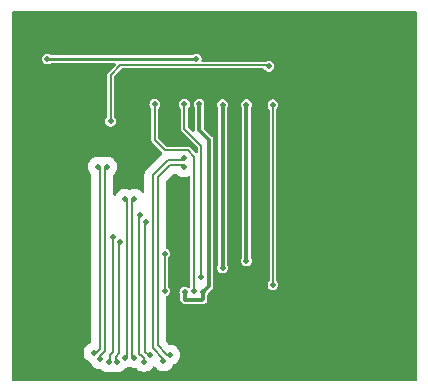
<source format=gbr>
%TF.GenerationSoftware,KiCad,Pcbnew,8.0.0*%
%TF.CreationDate,2024-03-06T23:01:12+04:00*%
%TF.ProjectId,gbc-cm4-aio-flex,6762632d-636d-4342-9d61-696f2d666c65,rev?*%
%TF.SameCoordinates,Original*%
%TF.FileFunction,Copper,L2,Bot*%
%TF.FilePolarity,Positive*%
%FSLAX46Y46*%
G04 Gerber Fmt 4.6, Leading zero omitted, Abs format (unit mm)*
G04 Created by KiCad (PCBNEW 8.0.0) date 2024-03-06 23:01:12*
%MOMM*%
%LPD*%
G01*
G04 APERTURE LIST*
%TA.AperFunction,ViaPad*%
%ADD10C,0.500000*%
%TD*%
%TA.AperFunction,Conductor*%
%ADD11C,0.200000*%
%TD*%
%TA.AperFunction,Conductor*%
%ADD12C,0.150000*%
%TD*%
%TA.AperFunction,Conductor*%
%ADD13C,0.350000*%
%TD*%
%TA.AperFunction,Conductor*%
%ADD14C,0.250000*%
%TD*%
G04 APERTURE END LIST*
D10*
%TO.N,GND*%
X167940000Y-122940000D03*
X166750000Y-121510000D03*
X166720000Y-122720000D03*
X166750000Y-123960000D03*
X166710000Y-125190000D03*
X166700000Y-126570000D03*
X166440000Y-128030000D03*
X165750000Y-128770000D03*
X165050000Y-129570000D03*
X164290000Y-130240000D03*
X163580000Y-131000000D03*
X162870000Y-131720000D03*
X162140000Y-132610000D03*
X161330000Y-133410000D03*
X160100000Y-133840000D03*
X158840000Y-133850000D03*
X153250000Y-142140000D03*
X153890000Y-141540000D03*
X153890000Y-140400000D03*
X153840000Y-139230000D03*
X153820000Y-138250000D03*
X153240000Y-137620000D03*
X147100000Y-122760000D03*
X146530000Y-123870000D03*
X145380000Y-123920000D03*
X144270000Y-124240000D03*
X143460000Y-125000000D03*
X142690000Y-125740000D03*
X142120000Y-126600000D03*
X142090000Y-127940000D03*
X142000000Y-129020000D03*
X142000000Y-130040000D03*
X142000000Y-130950000D03*
X141990000Y-131900000D03*
X142010000Y-132740000D03*
X142050000Y-133710000D03*
X142050000Y-135070000D03*
X142050000Y-136040000D03*
X142070000Y-137090000D03*
X142040000Y-137990000D03*
X142150000Y-138960000D03*
X142130000Y-139930000D03*
X142020000Y-140980000D03*
X152450000Y-142180000D03*
X151320000Y-142210000D03*
X150340000Y-142210000D03*
X150640000Y-143380000D03*
X150120000Y-144190000D03*
X149320000Y-144680000D03*
X148030000Y-144500000D03*
X146970000Y-144790000D03*
X145910000Y-144590000D03*
X145130000Y-144880000D03*
X143980000Y-144900000D03*
X143030000Y-144630000D03*
X142320000Y-144080000D03*
X141750000Y-143320000D03*
X141640000Y-142530000D03*
X142070000Y-141910000D03*
%TO.N,Net-(J3-Pin_18)*%
X144360000Y-123210000D03*
X157750000Y-118560000D03*
%TO.N,+5V*%
X148100000Y-121780000D03*
%TO.N,/RESET*%
X148940000Y-137580000D03*
X148950000Y-134410000D03*
%TO.N,+1V8*%
X151850000Y-121770000D03*
X150640000Y-137670000D03*
%TO.N,+5V*%
X151430000Y-137590000D03*
%TO.N,+1V8*%
X152180000Y-137670000D03*
%TO.N,-5V*%
X152030000Y-136380000D03*
X150600000Y-121770000D03*
%TO.N,/PWM*%
X158100000Y-121820000D03*
X158100000Y-137050000D03*
%TO.N,/LCD_A*%
X155860000Y-121820000D03*
X155860000Y-135040000D03*
%TO.N,/LCD_K*%
X153840000Y-121820000D03*
X153840000Y-135630000D03*
%TO.N,/D3_P*%
X144035070Y-127049620D03*
%TO.N,/D3_N*%
X143285070Y-127049620D03*
%TO.N,/D2_P*%
X150583199Y-127091278D03*
%TO.N,/D2_N*%
X150583199Y-126341278D03*
%TO.N,/D0_P*%
X144928622Y-143614527D03*
%TO.N,/D0_N*%
X144178622Y-143614527D03*
X144540000Y-132980000D03*
%TO.N,/D0_P*%
X145155166Y-133435166D03*
%TO.N,/D1_P*%
X147725166Y-143044834D03*
%TO.N,/D1_N*%
X147194834Y-143575166D03*
%TO.N,/D1_P*%
X147335166Y-131705166D03*
%TO.N,/D1_N*%
X146804834Y-131174834D03*
%TO.N,/CLK_P*%
X146355000Y-143240000D03*
%TO.N,/CLK_N*%
X145605000Y-143240000D03*
X145605000Y-129790000D03*
%TO.N,/CLK_P*%
X146355000Y-129790000D03*
%TO.N,/D2_N*%
X148833448Y-143519915D03*
%TO.N,/D2_P*%
X149363780Y-142989583D03*
%TO.N,/D3_N*%
X142917339Y-142802421D03*
%TO.N,/D3_P*%
X143447671Y-143332753D03*
%TO.N,GND*%
X166100000Y-118810000D03*
X146600000Y-121500000D03*
X161600000Y-118810000D03*
X158600000Y-118810000D03*
X163100000Y-118810000D03*
X147100000Y-121500000D03*
X152600000Y-119000000D03*
X166800000Y-120200000D03*
X157100000Y-119000000D03*
X164600000Y-118810000D03*
X160100000Y-118810000D03*
%TO.N,+1V8*%
X139010000Y-117930000D03*
X151610000Y-117930000D03*
%TD*%
D11*
%TO.N,+5V*%
X151420000Y-137490000D02*
X151420000Y-126220000D01*
X151420000Y-126220000D02*
X150870000Y-125670000D01*
X151430000Y-137500000D02*
X151420000Y-137490000D01*
X150870000Y-125670000D02*
X148980000Y-125670000D01*
X148980000Y-125670000D02*
X148100000Y-124790000D01*
X148100000Y-124790000D02*
X148100000Y-121780000D01*
%TO.N,-5V*%
X152030000Y-136380000D02*
X152030000Y-125270000D01*
X152030000Y-125270000D02*
X150600000Y-123840000D01*
X150600000Y-123840000D02*
X150600000Y-121770000D01*
D12*
%TO.N,/RESET*%
X148950000Y-137570000D02*
X148940000Y-137580000D01*
X148950000Y-134410000D02*
X148950000Y-137570000D01*
D11*
%TO.N,/D3_N*%
X143435069Y-127199619D02*
X143435069Y-142496824D01*
X143285070Y-127049620D02*
X143435069Y-127199619D01*
X143435069Y-142496824D02*
X143129472Y-142802421D01*
X143129472Y-142802421D02*
X142917339Y-142802421D01*
D12*
%TO.N,Net-(J3-Pin_18)*%
X157750000Y-118560000D02*
X157660000Y-118470000D01*
X157660000Y-118470000D02*
X145160000Y-118470000D01*
X145160000Y-118470000D02*
X144360000Y-119270000D01*
X144360000Y-119270000D02*
X144360000Y-123210000D01*
%TO.N,+5V*%
X151430000Y-137590000D02*
X151430000Y-137500000D01*
D13*
%TO.N,+1V8*%
X151850000Y-121770000D02*
X151850000Y-123970000D01*
X151850000Y-123970000D02*
X152690000Y-124810000D01*
X152690000Y-124810000D02*
X152690000Y-137140000D01*
X152690000Y-137140000D02*
X152180000Y-137650000D01*
X152180000Y-137650000D02*
X152180000Y-137670000D01*
X150690000Y-138330000D02*
X150640000Y-138280000D01*
X152100000Y-138330000D02*
X150690000Y-138330000D01*
X152180000Y-137670000D02*
X152180000Y-138250000D01*
X152180000Y-138250000D02*
X152100000Y-138330000D01*
X150640000Y-138280000D02*
X150640000Y-137670000D01*
D12*
%TO.N,/PWM*%
X158100000Y-122100000D02*
X158100000Y-121820000D01*
X158100000Y-137050000D02*
X158100000Y-122100000D01*
D13*
%TO.N,/LCD_A*%
X155860000Y-135040000D02*
X155860000Y-121820000D01*
%TO.N,/LCD_K*%
X153840000Y-135630000D02*
X153840000Y-121820000D01*
D11*
%TO.N,/D3_P*%
X144035070Y-127049620D02*
X143890000Y-127194690D01*
X143447671Y-143120620D02*
X143447671Y-143332753D01*
X143890000Y-127194690D02*
X143890000Y-142678291D01*
X143890000Y-142678291D02*
X143447671Y-143120620D01*
%TO.N,/D2_P*%
X149363780Y-142989583D02*
X149151647Y-142989583D01*
%TO.N,/D2_N*%
X148833448Y-143307782D02*
X147905000Y-142379335D01*
%TO.N,/D2_P*%
X149151647Y-142989583D02*
X148355000Y-142192935D01*
X149376922Y-126941278D02*
X150433200Y-126941279D01*
X148355000Y-127963200D02*
X149376922Y-126941278D01*
X148355000Y-142192935D02*
X148355000Y-127963200D01*
X150433200Y-126941279D02*
X150583199Y-127091278D01*
%TO.N,/D2_N*%
X148833448Y-143519915D02*
X148833448Y-143307782D01*
X147905000Y-142379335D02*
X147905000Y-127776800D01*
X147905000Y-127776800D02*
X149190522Y-126491278D01*
X150433200Y-126491277D02*
X150583199Y-126341278D01*
X149190522Y-126491278D02*
X150433200Y-126491277D01*
%TO.N,/D0_N*%
X144540000Y-132980000D02*
X144540000Y-142750000D01*
X144540000Y-142750000D02*
X144328621Y-142961379D01*
X144328621Y-142961379D02*
X144328621Y-143464528D01*
X144328621Y-143464528D02*
X144178622Y-143614527D01*
%TO.N,/D0_P*%
X144778623Y-143151377D02*
X144778623Y-143464528D01*
X145155166Y-133435166D02*
X145074835Y-133515497D01*
X145074835Y-142855165D02*
X144778623Y-143151377D01*
X144778623Y-143464528D02*
X144928622Y-143614527D01*
X145074835Y-133515497D02*
X145074835Y-142855165D01*
%TO.N,/D1_P*%
X147335166Y-131705166D02*
X147254835Y-131785497D01*
X147254835Y-142714835D02*
X147584834Y-143044834D01*
X147584834Y-143044834D02*
X147725166Y-143044834D01*
X147254835Y-131785497D02*
X147254835Y-142714835D01*
%TO.N,/D1_N*%
X146804834Y-131174834D02*
X146780166Y-131199502D01*
X146780166Y-142880277D02*
X146999889Y-143100000D01*
X146780166Y-131199502D02*
X146780166Y-142880277D01*
X146999889Y-143100000D02*
X147000000Y-143100000D01*
X147000000Y-143100000D02*
X147194834Y-143294834D01*
X147194834Y-143294834D02*
X147194834Y-143575166D01*
%TO.N,/CLK_P*%
X146355000Y-129790000D02*
X146205001Y-129939999D01*
X146205001Y-143090001D02*
X146355000Y-143240000D01*
X146205001Y-129939999D02*
X146205001Y-143090001D01*
%TO.N,/CLK_N*%
X145605000Y-129790000D02*
X145754999Y-129939999D01*
X145754999Y-129939999D02*
X145754999Y-143090001D01*
X145754999Y-143090001D02*
X145605000Y-143240000D01*
D14*
%TO.N,+1V8*%
X139010000Y-117930000D02*
X151610000Y-117930000D01*
%TD*%
%TA.AperFunction,Conductor*%
%TO.N,GND*%
G36*
X170203039Y-113899685D02*
G01*
X170248794Y-113952489D01*
X170260000Y-114004000D01*
X170260000Y-145096000D01*
X170240315Y-145163039D01*
X170187511Y-145208794D01*
X170136000Y-145220000D01*
X136104000Y-145220000D01*
X136036961Y-145200315D01*
X135991206Y-145147511D01*
X135980000Y-145096000D01*
X135980000Y-142802421D01*
X142062154Y-142802421D01*
X142080842Y-142980226D01*
X142080843Y-142980228D01*
X142136086Y-143150250D01*
X142136089Y-143150256D01*
X142225480Y-143305086D01*
X142254587Y-143337412D01*
X142345103Y-143437942D01*
X142345106Y-143437944D01*
X142345109Y-143437947D01*
X142489746Y-143543033D01*
X142489749Y-143543035D01*
X142593611Y-143589276D01*
X142646849Y-143634525D01*
X142661108Y-143664237D01*
X142666419Y-143680584D01*
X142666421Y-143680588D01*
X142755812Y-143835418D01*
X142770209Y-143851407D01*
X142875435Y-143968274D01*
X142875438Y-143968276D01*
X142875441Y-143968279D01*
X143020078Y-144073365D01*
X143183404Y-144146082D01*
X143358280Y-144183253D01*
X143358281Y-144183253D01*
X143491036Y-144183253D01*
X143558075Y-144202938D01*
X143583186Y-144224281D01*
X143606386Y-144250048D01*
X143606389Y-144250050D01*
X143606392Y-144250053D01*
X143751029Y-144355139D01*
X143914355Y-144427856D01*
X144089231Y-144465027D01*
X144089232Y-144465027D01*
X144268011Y-144465027D01*
X144268013Y-144465027D01*
X144442889Y-144427856D01*
X144503186Y-144401010D01*
X144572436Y-144391725D01*
X144604059Y-144401010D01*
X144664355Y-144427856D01*
X144839231Y-144465027D01*
X144839232Y-144465027D01*
X145018011Y-144465027D01*
X145018013Y-144465027D01*
X145192889Y-144427856D01*
X145356215Y-144355139D01*
X145500852Y-144250053D01*
X145524058Y-144224281D01*
X145607573Y-144131528D01*
X145667059Y-144094879D01*
X145688016Y-144092069D01*
X145687923Y-144091180D01*
X145694389Y-144090500D01*
X145694391Y-144090500D01*
X145869267Y-144053329D01*
X145929564Y-144026483D01*
X145998814Y-144017198D01*
X146030437Y-144026483D01*
X146090733Y-144053329D01*
X146265609Y-144090500D01*
X146265610Y-144090500D01*
X146444382Y-144090500D01*
X146444391Y-144090500D01*
X146444399Y-144090498D01*
X146445485Y-144090384D01*
X146446120Y-144090500D01*
X146450890Y-144090500D01*
X146450890Y-144091372D01*
X146514215Y-144102948D01*
X146550607Y-144130732D01*
X146622598Y-144210687D01*
X146622601Y-144210689D01*
X146622604Y-144210692D01*
X146767241Y-144315778D01*
X146930567Y-144388495D01*
X147105443Y-144425666D01*
X147105444Y-144425666D01*
X147284223Y-144425666D01*
X147284225Y-144425666D01*
X147459101Y-144388495D01*
X147622427Y-144315778D01*
X147767064Y-144210692D01*
X147886693Y-144077831D01*
X147922705Y-144015457D01*
X147973269Y-143967244D01*
X148041876Y-143954020D01*
X148106741Y-143979988D01*
X148137476Y-144015457D01*
X148140673Y-144020993D01*
X148141589Y-144022580D01*
X148169274Y-144053327D01*
X148261212Y-144155436D01*
X148261215Y-144155438D01*
X148261218Y-144155441D01*
X148405855Y-144260527D01*
X148569181Y-144333244D01*
X148744057Y-144370415D01*
X148744058Y-144370415D01*
X148922837Y-144370415D01*
X148922839Y-144370415D01*
X149097715Y-144333244D01*
X149261041Y-144260527D01*
X149405678Y-144155441D01*
X149427210Y-144131528D01*
X149460208Y-144094879D01*
X149525307Y-144022580D01*
X149614698Y-143867750D01*
X149620008Y-143851404D01*
X149659441Y-143793729D01*
X149687498Y-143776441D01*
X149791373Y-143730195D01*
X149936010Y-143625109D01*
X150055639Y-143492248D01*
X150145030Y-143337418D01*
X150200277Y-143167386D01*
X150218965Y-142989583D01*
X150200277Y-142811780D01*
X150145030Y-142641748D01*
X150055639Y-142486918D01*
X150008783Y-142434879D01*
X149936015Y-142354061D01*
X149936012Y-142354059D01*
X149936011Y-142354058D01*
X149936010Y-142354057D01*
X149791373Y-142248971D01*
X149628047Y-142176254D01*
X149628045Y-142176253D01*
X149500374Y-142149116D01*
X149453171Y-142139083D01*
X149453170Y-142139083D01*
X149343165Y-142139083D01*
X149276126Y-142119398D01*
X149255488Y-142102768D01*
X149091816Y-141939096D01*
X149058334Y-141877775D01*
X149055500Y-141851417D01*
X149055500Y-138107291D01*
X149075185Y-138040252D01*
X149122114Y-137999586D01*
X149121608Y-137998798D01*
X149127094Y-137995272D01*
X149127989Y-137994497D01*
X149127992Y-137994495D01*
X149129060Y-137994006D01*
X149129069Y-137994004D01*
X149238049Y-137923967D01*
X149322882Y-137826063D01*
X149376697Y-137708226D01*
X149395133Y-137580000D01*
X149376697Y-137451774D01*
X149322882Y-137333937D01*
X149255785Y-137256502D01*
X149226762Y-137192947D01*
X149225500Y-137175301D01*
X149225500Y-134826238D01*
X149245185Y-134759199D01*
X149255777Y-134745047D01*
X149332882Y-134656063D01*
X149386697Y-134538226D01*
X149405133Y-134410000D01*
X149386697Y-134281774D01*
X149332882Y-134163937D01*
X149248049Y-134066033D01*
X149139069Y-133995996D01*
X149139067Y-133995995D01*
X149139065Y-133995994D01*
X149130999Y-133992310D01*
X149132205Y-133989668D01*
X149085780Y-133959826D01*
X149056761Y-133896268D01*
X149055500Y-133878632D01*
X149055500Y-128304718D01*
X149075185Y-128237679D01*
X149091815Y-128217041D01*
X149630759Y-127678096D01*
X149692082Y-127644612D01*
X149718440Y-127641778D01*
X149879202Y-127641778D01*
X149946241Y-127661463D01*
X149971352Y-127682806D01*
X150010963Y-127726799D01*
X150010966Y-127726801D01*
X150010969Y-127726804D01*
X150155606Y-127831890D01*
X150318932Y-127904607D01*
X150493808Y-127941778D01*
X150493809Y-127941778D01*
X150672588Y-127941778D01*
X150672590Y-127941778D01*
X150847466Y-127904607D01*
X150945066Y-127861152D01*
X151014314Y-127851868D01*
X151077591Y-127881496D01*
X151114804Y-127940631D01*
X151119500Y-127974432D01*
X151119500Y-137214152D01*
X151099815Y-137281191D01*
X151089199Y-137295371D01*
X151088418Y-137296272D01*
X151029633Y-137334036D01*
X150959763Y-137334024D01*
X150927680Y-137319369D01*
X150901985Y-137302856D01*
X150829069Y-137255996D01*
X150829065Y-137255994D01*
X150829064Y-137255994D01*
X150704774Y-137219500D01*
X150704772Y-137219500D01*
X150575228Y-137219500D01*
X150575226Y-137219500D01*
X150450935Y-137255994D01*
X150450932Y-137255995D01*
X150450931Y-137255996D01*
X150413977Y-137279745D01*
X150341950Y-137326033D01*
X150257118Y-137423937D01*
X150257117Y-137423938D01*
X150203302Y-137541774D01*
X150184867Y-137670000D01*
X150203302Y-137798225D01*
X150253294Y-137907690D01*
X150264500Y-137959202D01*
X150264500Y-138329435D01*
X150290090Y-138424938D01*
X150339525Y-138510562D01*
X150339526Y-138510563D01*
X150459437Y-138630475D01*
X150545063Y-138679911D01*
X150640564Y-138705500D01*
X150640565Y-138705500D01*
X150640566Y-138705500D01*
X152149435Y-138705500D01*
X152149436Y-138705500D01*
X152197186Y-138692705D01*
X152244938Y-138679910D01*
X152330562Y-138630475D01*
X152400475Y-138560562D01*
X152480474Y-138480563D01*
X152483722Y-138474938D01*
X152529910Y-138394938D01*
X152555500Y-138299435D01*
X152555500Y-137959202D01*
X152566706Y-137907690D01*
X152616696Y-137798228D01*
X152616695Y-137798228D01*
X152616697Y-137798226D01*
X152619872Y-137776143D01*
X152648896Y-137712587D01*
X152654929Y-137706107D01*
X152819263Y-137541774D01*
X152990474Y-137370563D01*
X152990475Y-137370562D01*
X153039910Y-137284938D01*
X153065500Y-137189435D01*
X153065500Y-137050000D01*
X157644867Y-137050000D01*
X157663302Y-137178225D01*
X157689703Y-137236033D01*
X157717118Y-137296063D01*
X157801951Y-137393967D01*
X157910931Y-137464004D01*
X158035225Y-137500499D01*
X158035227Y-137500500D01*
X158035228Y-137500500D01*
X158164773Y-137500500D01*
X158164773Y-137500499D01*
X158289069Y-137464004D01*
X158398049Y-137393967D01*
X158482882Y-137296063D01*
X158536697Y-137178226D01*
X158555133Y-137050000D01*
X158536697Y-136921774D01*
X158482882Y-136803937D01*
X158405786Y-136714962D01*
X158376762Y-136651406D01*
X158375500Y-136633760D01*
X158375500Y-122236238D01*
X158395185Y-122169199D01*
X158405777Y-122155047D01*
X158482882Y-122066063D01*
X158536697Y-121948226D01*
X158555133Y-121820000D01*
X158536697Y-121691774D01*
X158482882Y-121573937D01*
X158398049Y-121476033D01*
X158289069Y-121405996D01*
X158289065Y-121405994D01*
X158289064Y-121405994D01*
X158164774Y-121369500D01*
X158164772Y-121369500D01*
X158035228Y-121369500D01*
X158035226Y-121369500D01*
X157910935Y-121405994D01*
X157910932Y-121405995D01*
X157910931Y-121405996D01*
X157879753Y-121426033D01*
X157801950Y-121476033D01*
X157717118Y-121573937D01*
X157717117Y-121573938D01*
X157663302Y-121691774D01*
X157644867Y-121820000D01*
X157663302Y-121948225D01*
X157694283Y-122016062D01*
X157717118Y-122066063D01*
X157794214Y-122155038D01*
X157823238Y-122218591D01*
X157824500Y-122236238D01*
X157824500Y-136633760D01*
X157804815Y-136700799D01*
X157794214Y-136714962D01*
X157717118Y-136803937D01*
X157717117Y-136803938D01*
X157663302Y-136921774D01*
X157644867Y-137050000D01*
X153065500Y-137050000D01*
X153065500Y-135630000D01*
X153384867Y-135630000D01*
X153403302Y-135758225D01*
X153457117Y-135876061D01*
X153457118Y-135876063D01*
X153541951Y-135973967D01*
X153650931Y-136044004D01*
X153668791Y-136049248D01*
X153775225Y-136080499D01*
X153775227Y-136080500D01*
X153775228Y-136080500D01*
X153904773Y-136080500D01*
X153904773Y-136080499D01*
X154029069Y-136044004D01*
X154138049Y-135973967D01*
X154222882Y-135876063D01*
X154276697Y-135758226D01*
X154295133Y-135630000D01*
X154276697Y-135501774D01*
X154271548Y-135490499D01*
X154226706Y-135392308D01*
X154215500Y-135340797D01*
X154215500Y-135040000D01*
X155404867Y-135040000D01*
X155423302Y-135168225D01*
X155477117Y-135286061D01*
X155477118Y-135286063D01*
X155561951Y-135383967D01*
X155670931Y-135454004D01*
X155795225Y-135490499D01*
X155795227Y-135490500D01*
X155795228Y-135490500D01*
X155924773Y-135490500D01*
X155924773Y-135490499D01*
X156049069Y-135454004D01*
X156158049Y-135383967D01*
X156242882Y-135286063D01*
X156296697Y-135168226D01*
X156315133Y-135040000D01*
X156296697Y-134911774D01*
X156257634Y-134826238D01*
X156246706Y-134802308D01*
X156235500Y-134750797D01*
X156235500Y-122109202D01*
X156246706Y-122057690D01*
X156261150Y-122026062D01*
X156296697Y-121948226D01*
X156315133Y-121820000D01*
X156296697Y-121691774D01*
X156242882Y-121573937D01*
X156158049Y-121476033D01*
X156049069Y-121405996D01*
X156049065Y-121405994D01*
X156049064Y-121405994D01*
X155924774Y-121369500D01*
X155924772Y-121369500D01*
X155795228Y-121369500D01*
X155795226Y-121369500D01*
X155670935Y-121405994D01*
X155670932Y-121405995D01*
X155670931Y-121405996D01*
X155639753Y-121426033D01*
X155561950Y-121476033D01*
X155477118Y-121573937D01*
X155477117Y-121573938D01*
X155423302Y-121691774D01*
X155404867Y-121820000D01*
X155423302Y-121948225D01*
X155473294Y-122057690D01*
X155484500Y-122109202D01*
X155484500Y-134750797D01*
X155473294Y-134802308D01*
X155423303Y-134911772D01*
X155423302Y-134911773D01*
X155404867Y-135040000D01*
X154215500Y-135040000D01*
X154215500Y-122109202D01*
X154226706Y-122057690D01*
X154241150Y-122026062D01*
X154276697Y-121948226D01*
X154295133Y-121820000D01*
X154276697Y-121691774D01*
X154222882Y-121573937D01*
X154138049Y-121476033D01*
X154029069Y-121405996D01*
X154029065Y-121405994D01*
X154029064Y-121405994D01*
X153904774Y-121369500D01*
X153904772Y-121369500D01*
X153775228Y-121369500D01*
X153775226Y-121369500D01*
X153650935Y-121405994D01*
X153650932Y-121405995D01*
X153650931Y-121405996D01*
X153619753Y-121426033D01*
X153541950Y-121476033D01*
X153457118Y-121573937D01*
X153457117Y-121573938D01*
X153403302Y-121691774D01*
X153384867Y-121820000D01*
X153403302Y-121948225D01*
X153453294Y-122057690D01*
X153464500Y-122109202D01*
X153464500Y-135340797D01*
X153453294Y-135392308D01*
X153403303Y-135501772D01*
X153403302Y-135501773D01*
X153384867Y-135630000D01*
X153065500Y-135630000D01*
X153065500Y-124760565D01*
X153065500Y-124760563D01*
X153062787Y-124750442D01*
X153062784Y-124750432D01*
X153039910Y-124665063D01*
X153039909Y-124665060D01*
X153034533Y-124655749D01*
X152990475Y-124579438D01*
X152920562Y-124509525D01*
X152261819Y-123850782D01*
X152228334Y-123789459D01*
X152225500Y-123763101D01*
X152225500Y-122059202D01*
X152236706Y-122007690D01*
X152282130Y-121908226D01*
X152286697Y-121898226D01*
X152305133Y-121770000D01*
X152286697Y-121641774D01*
X152232882Y-121523937D01*
X152148049Y-121426033D01*
X152039069Y-121355996D01*
X152039065Y-121355994D01*
X152039064Y-121355994D01*
X151914774Y-121319500D01*
X151914772Y-121319500D01*
X151785228Y-121319500D01*
X151785226Y-121319500D01*
X151660935Y-121355994D01*
X151660932Y-121355995D01*
X151660931Y-121355996D01*
X151609677Y-121388934D01*
X151551950Y-121426033D01*
X151467118Y-121523937D01*
X151467117Y-121523938D01*
X151413302Y-121641774D01*
X151394867Y-121770000D01*
X151413302Y-121898225D01*
X151463294Y-122007690D01*
X151474500Y-122059202D01*
X151474500Y-123990167D01*
X151454815Y-124057206D01*
X151402011Y-124102961D01*
X151332853Y-124112905D01*
X151269297Y-124083880D01*
X151262819Y-124077848D01*
X150936819Y-123751848D01*
X150903334Y-123690525D01*
X150900500Y-123664167D01*
X150900500Y-122157386D01*
X150920185Y-122090347D01*
X150930778Y-122076194D01*
X150982882Y-122016063D01*
X151036697Y-121898226D01*
X151055133Y-121770000D01*
X151036697Y-121641774D01*
X150982882Y-121523937D01*
X150898049Y-121426033D01*
X150789069Y-121355996D01*
X150789065Y-121355994D01*
X150789064Y-121355994D01*
X150664774Y-121319500D01*
X150664772Y-121319500D01*
X150535228Y-121319500D01*
X150535226Y-121319500D01*
X150410935Y-121355994D01*
X150410932Y-121355995D01*
X150410931Y-121355996D01*
X150359677Y-121388934D01*
X150301950Y-121426033D01*
X150217118Y-121523937D01*
X150217117Y-121523938D01*
X150163302Y-121641774D01*
X150144867Y-121770000D01*
X150163302Y-121898225D01*
X150213294Y-122007690D01*
X150217118Y-122016063D01*
X150269214Y-122076186D01*
X150298238Y-122139738D01*
X150299500Y-122157386D01*
X150299500Y-123879562D01*
X150319979Y-123955989D01*
X150356609Y-124019435D01*
X150356611Y-124019439D01*
X150356610Y-124019439D01*
X150359536Y-124024505D01*
X150359543Y-124024515D01*
X151693181Y-125358152D01*
X151726666Y-125419475D01*
X151729500Y-125445833D01*
X151729500Y-125805167D01*
X151709815Y-125872206D01*
X151657011Y-125917961D01*
X151587853Y-125927905D01*
X151524297Y-125898880D01*
X151517819Y-125892848D01*
X151054512Y-125429541D01*
X151054504Y-125429535D01*
X150985995Y-125389982D01*
X150985990Y-125389979D01*
X150960513Y-125383152D01*
X150909562Y-125369500D01*
X150909560Y-125369500D01*
X149155833Y-125369500D01*
X149088794Y-125349815D01*
X149068152Y-125333181D01*
X148436819Y-124701848D01*
X148403334Y-124640525D01*
X148400500Y-124614167D01*
X148400500Y-122167386D01*
X148420185Y-122100347D01*
X148430778Y-122086194D01*
X148482882Y-122026063D01*
X148536697Y-121908226D01*
X148555133Y-121780000D01*
X148536697Y-121651774D01*
X148482882Y-121533937D01*
X148398049Y-121436033D01*
X148289069Y-121365996D01*
X148289065Y-121365994D01*
X148289064Y-121365994D01*
X148164774Y-121329500D01*
X148164772Y-121329500D01*
X148035228Y-121329500D01*
X148035226Y-121329500D01*
X147910935Y-121365994D01*
X147910932Y-121365995D01*
X147910931Y-121365996D01*
X147905479Y-121369500D01*
X147801950Y-121436033D01*
X147717118Y-121533937D01*
X147717117Y-121533938D01*
X147663302Y-121651774D01*
X147644867Y-121780000D01*
X147663302Y-121908225D01*
X147708727Y-122007690D01*
X147717118Y-122026063D01*
X147769214Y-122086186D01*
X147798238Y-122149738D01*
X147799500Y-122167386D01*
X147799500Y-124829562D01*
X147813152Y-124880513D01*
X147819979Y-124905990D01*
X147819980Y-124905991D01*
X147848239Y-124954937D01*
X147848240Y-124954938D01*
X147859539Y-124974510D01*
X148700404Y-125815375D01*
X148733889Y-125876698D01*
X148728905Y-125946390D01*
X148700404Y-125990737D01*
X147360887Y-127330254D01*
X147284222Y-127444992D01*
X147231421Y-127572467D01*
X147231418Y-127572479D01*
X147209008Y-127685143D01*
X147209008Y-127685146D01*
X147204500Y-127707806D01*
X147204500Y-129139381D01*
X147184815Y-129206420D01*
X147132011Y-129252175D01*
X147062853Y-129262119D01*
X146999297Y-129233094D01*
X146988350Y-129222354D01*
X146927231Y-129154475D01*
X146782594Y-129049389D01*
X146782593Y-129049388D01*
X146619267Y-128976671D01*
X146619265Y-128976670D01*
X146491594Y-128949533D01*
X146444391Y-128939500D01*
X146265609Y-128939500D01*
X146228439Y-128947400D01*
X146090734Y-128976670D01*
X146090729Y-128976672D01*
X146030434Y-129003517D01*
X145961184Y-129012801D01*
X145929566Y-129003517D01*
X145869270Y-128976672D01*
X145869265Y-128976670D01*
X145741594Y-128949533D01*
X145694391Y-128939500D01*
X145515609Y-128939500D01*
X145484954Y-128946015D01*
X145340733Y-128976670D01*
X145340728Y-128976672D01*
X145177408Y-129049387D01*
X145032768Y-129154475D01*
X144913140Y-129287336D01*
X144821887Y-129445392D01*
X144771320Y-129493607D01*
X144702713Y-129506831D01*
X144637849Y-129480863D01*
X144597320Y-129423949D01*
X144590500Y-129383392D01*
X144590500Y-127751404D01*
X144610185Y-127684365D01*
X144622350Y-127668432D01*
X144648295Y-127639616D01*
X144726929Y-127552285D01*
X144816320Y-127397455D01*
X144871567Y-127227423D01*
X144890255Y-127049620D01*
X144871567Y-126871817D01*
X144816320Y-126701785D01*
X144726929Y-126546955D01*
X144680073Y-126494916D01*
X144607305Y-126414098D01*
X144607302Y-126414096D01*
X144607301Y-126414095D01*
X144607300Y-126414094D01*
X144462663Y-126309008D01*
X144299337Y-126236291D01*
X144299335Y-126236290D01*
X144171664Y-126209153D01*
X144124461Y-126199120D01*
X143945679Y-126199120D01*
X143908509Y-126207020D01*
X143770804Y-126236290D01*
X143770799Y-126236292D01*
X143710504Y-126263137D01*
X143641254Y-126272421D01*
X143609636Y-126263137D01*
X143549340Y-126236292D01*
X143549335Y-126236290D01*
X143421664Y-126209153D01*
X143374461Y-126199120D01*
X143195679Y-126199120D01*
X143165024Y-126205635D01*
X143020803Y-126236290D01*
X143020798Y-126236292D01*
X142857478Y-126309007D01*
X142712838Y-126414095D01*
X142593210Y-126546956D01*
X142503820Y-126701784D01*
X142503817Y-126701790D01*
X142448574Y-126871812D01*
X142448573Y-126871814D01*
X142429885Y-127049620D01*
X142448573Y-127227425D01*
X142448574Y-127227427D01*
X142503817Y-127397449D01*
X142503820Y-127397455D01*
X142593208Y-127552281D01*
X142593209Y-127552283D01*
X142593211Y-127552285D01*
X142702720Y-127673907D01*
X142732949Y-127736896D01*
X142734569Y-127756877D01*
X142734569Y-141872520D01*
X142714884Y-141939559D01*
X142662080Y-141985314D01*
X142657893Y-141986944D01*
X142489747Y-142061808D01*
X142345107Y-142166896D01*
X142225479Y-142299757D01*
X142136089Y-142454585D01*
X142136086Y-142454591D01*
X142080843Y-142624613D01*
X142080842Y-142624615D01*
X142062154Y-142802421D01*
X135980000Y-142802421D01*
X135980000Y-117930000D01*
X138554867Y-117930000D01*
X138573302Y-118058225D01*
X138627117Y-118176061D01*
X138627118Y-118176063D01*
X138711951Y-118273967D01*
X138820931Y-118344004D01*
X138945225Y-118380499D01*
X138945227Y-118380500D01*
X138945228Y-118380500D01*
X139074773Y-118380500D01*
X139074773Y-118380499D01*
X139199069Y-118344004D01*
X139306155Y-118275183D01*
X139373194Y-118255500D01*
X144685523Y-118255500D01*
X144752562Y-118275185D01*
X144798317Y-118327989D01*
X144808261Y-118397147D01*
X144779236Y-118460703D01*
X144773204Y-118467181D01*
X144126444Y-119113940D01*
X144084500Y-119215199D01*
X144084500Y-122793760D01*
X144064815Y-122860799D01*
X144054214Y-122874962D01*
X143977118Y-122963937D01*
X143977117Y-122963938D01*
X143923302Y-123081774D01*
X143904867Y-123210000D01*
X143923302Y-123338225D01*
X143977117Y-123456061D01*
X143977118Y-123456063D01*
X144061951Y-123553967D01*
X144170931Y-123624004D01*
X144295225Y-123660499D01*
X144295227Y-123660500D01*
X144295228Y-123660500D01*
X144424773Y-123660500D01*
X144424773Y-123660499D01*
X144549069Y-123624004D01*
X144658049Y-123553967D01*
X144742882Y-123456063D01*
X144796697Y-123338226D01*
X144815133Y-123210000D01*
X144796697Y-123081774D01*
X144742882Y-122963937D01*
X144665786Y-122874962D01*
X144636762Y-122811406D01*
X144635500Y-122793760D01*
X144635500Y-119435477D01*
X144655185Y-119368438D01*
X144671819Y-119347796D01*
X145237796Y-118781819D01*
X145299119Y-118748334D01*
X145325477Y-118745500D01*
X157260487Y-118745500D01*
X157327526Y-118765185D01*
X157364801Y-118802459D01*
X157367114Y-118806058D01*
X157367117Y-118806062D01*
X157367118Y-118806063D01*
X157451951Y-118903967D01*
X157560931Y-118974004D01*
X157685225Y-119010499D01*
X157685227Y-119010500D01*
X157685228Y-119010500D01*
X157814773Y-119010500D01*
X157814773Y-119010499D01*
X157939069Y-118974004D01*
X158048049Y-118903967D01*
X158132882Y-118806063D01*
X158186697Y-118688226D01*
X158205133Y-118560000D01*
X158186697Y-118431774D01*
X158132882Y-118313937D01*
X158048049Y-118216033D01*
X157939069Y-118145996D01*
X157939065Y-118145994D01*
X157939064Y-118145994D01*
X157814774Y-118109500D01*
X157814772Y-118109500D01*
X157685228Y-118109500D01*
X157685226Y-118109500D01*
X157560935Y-118145994D01*
X157560932Y-118145995D01*
X157560931Y-118145996D01*
X157516085Y-118174816D01*
X157449048Y-118194500D01*
X152170208Y-118194500D01*
X152103169Y-118174815D01*
X152057414Y-118122011D01*
X152047470Y-118052854D01*
X152065133Y-117930000D01*
X152046697Y-117801774D01*
X151992882Y-117683938D01*
X151992882Y-117683937D01*
X151908049Y-117586033D01*
X151799069Y-117515996D01*
X151799065Y-117515994D01*
X151799064Y-117515994D01*
X151674774Y-117479500D01*
X151674772Y-117479500D01*
X151545228Y-117479500D01*
X151545226Y-117479500D01*
X151420935Y-117515994D01*
X151420932Y-117515995D01*
X151420931Y-117515996D01*
X151313845Y-117584816D01*
X151246806Y-117604500D01*
X139373194Y-117604500D01*
X139306155Y-117584816D01*
X139199069Y-117515996D01*
X139199065Y-117515994D01*
X139199064Y-117515994D01*
X139074774Y-117479500D01*
X139074772Y-117479500D01*
X138945228Y-117479500D01*
X138945226Y-117479500D01*
X138820935Y-117515994D01*
X138820932Y-117515995D01*
X138820931Y-117515996D01*
X138769677Y-117548934D01*
X138711950Y-117586033D01*
X138627118Y-117683937D01*
X138627117Y-117683938D01*
X138573302Y-117801774D01*
X138554867Y-117930000D01*
X135980000Y-117930000D01*
X135980000Y-114004000D01*
X135999685Y-113936961D01*
X136052489Y-113891206D01*
X136104000Y-113880000D01*
X170136000Y-113880000D01*
X170203039Y-113899685D01*
G37*
%TD.AperFunction*%
%TD*%
M02*

</source>
